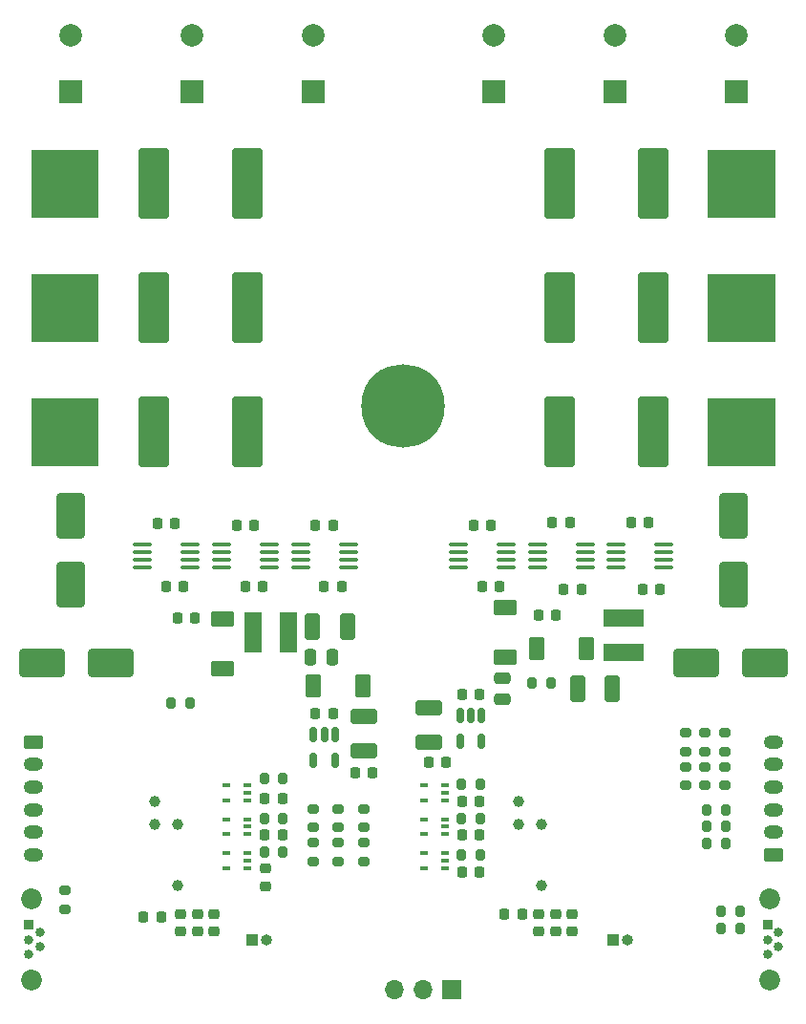
<source format=gbr>
%TF.GenerationSoftware,KiCad,Pcbnew,8.0.1*%
%TF.CreationDate,2024-06-01T22:58:48+02:00*%
%TF.ProjectId,vesc6,76657363-362e-46b6-9963-61645f706362,rev?*%
%TF.SameCoordinates,Original*%
%TF.FileFunction,Soldermask,Bot*%
%TF.FilePolarity,Negative*%
%FSLAX46Y46*%
G04 Gerber Fmt 4.6, Leading zero omitted, Abs format (unit mm)*
G04 Created by KiCad (PCBNEW 8.0.1) date 2024-06-01 22:58:48*
%MOMM*%
%LPD*%
G01*
G04 APERTURE LIST*
G04 Aperture macros list*
%AMRoundRect*
0 Rectangle with rounded corners*
0 $1 Rounding radius*
0 $2 $3 $4 $5 $6 $7 $8 $9 X,Y pos of 4 corners*
0 Add a 4 corners polygon primitive as box body*
4,1,4,$2,$3,$4,$5,$6,$7,$8,$9,$2,$3,0*
0 Add four circle primitives for the rounded corners*
1,1,$1+$1,$2,$3*
1,1,$1+$1,$4,$5*
1,1,$1+$1,$6,$7*
1,1,$1+$1,$8,$9*
0 Add four rect primitives between the rounded corners*
20,1,$1+$1,$2,$3,$4,$5,0*
20,1,$1+$1,$4,$5,$6,$7,0*
20,1,$1+$1,$6,$7,$8,$9,0*
20,1,$1+$1,$8,$9,$2,$3,0*%
G04 Aperture macros list end*
%ADD10C,0.800000*%
%ADD11C,7.400000*%
%ADD12R,1.000000X1.000000*%
%ADD13O,1.000000X1.000000*%
%ADD14RoundRect,0.150000X-0.150000X0.512500X-0.150000X-0.512500X0.150000X-0.512500X0.150000X0.512500X0*%
%ADD15RoundRect,0.100000X0.712500X0.100000X-0.712500X0.100000X-0.712500X-0.100000X0.712500X-0.100000X0*%
%ADD16RoundRect,0.225000X0.225000X0.250000X-0.225000X0.250000X-0.225000X-0.250000X0.225000X-0.250000X0*%
%ADD17RoundRect,0.250000X-0.800000X0.450000X-0.800000X-0.450000X0.800000X-0.450000X0.800000X0.450000X0*%
%ADD18R,2.000000X2.000000*%
%ADD19C,2.000000*%
%ADD20RoundRect,0.200000X0.200000X0.275000X-0.200000X0.275000X-0.200000X-0.275000X0.200000X-0.275000X0*%
%ADD21RoundRect,0.250000X0.450000X0.800000X-0.450000X0.800000X-0.450000X-0.800000X0.450000X-0.800000X0*%
%ADD22C,1.000000*%
%ADD23RoundRect,0.225000X0.250000X-0.225000X0.250000X0.225000X-0.250000X0.225000X-0.250000X-0.225000X0*%
%ADD24RoundRect,0.100000X0.225000X0.100000X-0.225000X0.100000X-0.225000X-0.100000X0.225000X-0.100000X0*%
%ADD25RoundRect,0.225000X-0.225000X-0.250000X0.225000X-0.250000X0.225000X0.250000X-0.225000X0.250000X0*%
%ADD26RoundRect,0.200000X-0.275000X0.200000X-0.275000X-0.200000X0.275000X-0.200000X0.275000X0.200000X0*%
%ADD27RoundRect,0.250000X-1.000000X1.750000X-1.000000X-1.750000X1.000000X-1.750000X1.000000X1.750000X0*%
%ADD28RoundRect,0.200000X0.275000X-0.200000X0.275000X0.200000X-0.275000X0.200000X-0.275000X-0.200000X0*%
%ADD29RoundRect,0.200000X-0.200000X-0.275000X0.200000X-0.275000X0.200000X0.275000X-0.200000X0.275000X0*%
%ADD30R,1.700000X1.700000*%
%ADD31O,1.700000X1.700000*%
%ADD32RoundRect,0.135000X1.215000X2.965000X-1.215000X2.965000X-1.215000X-2.965000X1.215000X-2.965000X0*%
%ADD33RoundRect,0.250000X-0.250000X-0.475000X0.250000X-0.475000X0.250000X0.475000X-0.250000X0.475000X0*%
%ADD34RoundRect,0.250000X1.750000X1.000000X-1.750000X1.000000X-1.750000X-1.000000X1.750000X-1.000000X0*%
%ADD35RoundRect,0.250000X0.925000X-0.412500X0.925000X0.412500X-0.925000X0.412500X-0.925000X-0.412500X0*%
%ADD36RoundRect,0.135000X-1.215000X-2.965000X1.215000X-2.965000X1.215000X2.965000X-1.215000X2.965000X0*%
%ADD37RoundRect,0.250000X-0.625000X0.350000X-0.625000X-0.350000X0.625000X-0.350000X0.625000X0.350000X0*%
%ADD38O,1.750000X1.200000*%
%ADD39RoundRect,0.250000X-1.750000X-1.000000X1.750000X-1.000000X1.750000X1.000000X-1.750000X1.000000X0*%
%ADD40R,0.840000X0.840000*%
%ADD41C,0.840000*%
%ADD42C,1.850000*%
%ADD43RoundRect,0.250000X0.412500X0.925000X-0.412500X0.925000X-0.412500X-0.925000X0.412500X-0.925000X0*%
%ADD44RoundRect,0.250000X0.625000X-0.350000X0.625000X0.350000X-0.625000X0.350000X-0.625000X-0.350000X0*%
%ADD45R,3.600000X1.500000*%
%ADD46R,1.500000X3.600000*%
%ADD47RoundRect,0.250000X-0.412500X-0.925000X0.412500X-0.925000X0.412500X0.925000X-0.412500X0.925000X0*%
%ADD48RoundRect,0.250000X-0.475000X0.250000X-0.475000X-0.250000X0.475000X-0.250000X0.475000X0.250000X0*%
G04 APERTURE END LIST*
D10*
%TO.C,H1*%
X132225000Y-65750000D03*
X133037779Y-63787779D03*
X133037779Y-67712221D03*
X135000000Y-62975000D03*
D11*
X135000000Y-65750000D03*
D10*
X135000000Y-68525000D03*
X136962221Y-63787779D03*
X136962221Y-67712221D03*
X137775000Y-65750000D03*
%TD*%
D12*
%TO.C,TH2*%
X121600000Y-113000000D03*
D13*
X122870000Y-113000000D03*
%TD*%
D12*
%TO.C,TH1*%
X153600000Y-113000000D03*
D13*
X154870000Y-113000000D03*
%TD*%
D14*
%TO.C,U6*%
X140050000Y-93112500D03*
X141000000Y-93112500D03*
X141950000Y-93112500D03*
X141950000Y-95387500D03*
X140050000Y-95387500D03*
%TD*%
D15*
%TO.C,U10*%
X151112500Y-78025000D03*
X151112500Y-78675000D03*
X151112500Y-79325000D03*
X151112500Y-79975000D03*
X146887500Y-79975000D03*
X146887500Y-79325000D03*
X146887500Y-78675000D03*
X146887500Y-78025000D03*
%TD*%
D16*
%TO.C,C38*%
X143525000Y-81750000D03*
X141975000Y-81750000D03*
%TD*%
%TO.C,C69*%
X122525000Y-81750000D03*
X120975000Y-81750000D03*
%TD*%
D17*
%TO.C,D9*%
X144000000Y-83550000D03*
X144000000Y-87950000D03*
%TD*%
D16*
%TO.C,C59*%
X129525000Y-81750000D03*
X127975000Y-81750000D03*
%TD*%
D18*
%TO.C,C72*%
X127000000Y-37867677D03*
D19*
X127000000Y-32867677D03*
%TD*%
D20*
%TO.C,R67*%
X116075000Y-92000000D03*
X114425000Y-92000000D03*
%TD*%
%TO.C,R13*%
X164825000Y-110500000D03*
X163175000Y-110500000D03*
%TD*%
D21*
%TO.C,D8*%
X151200000Y-87250000D03*
X146800000Y-87250000D03*
%TD*%
D16*
%TO.C,C71*%
X124275000Y-103750000D03*
X122725000Y-103750000D03*
%TD*%
D22*
%TO.C,TP1*%
X145250000Y-102750000D03*
%TD*%
%TO.C,TP3*%
X147250000Y-108250000D03*
%TD*%
D23*
%TO.C,C48*%
X148500000Y-112275000D03*
X148500000Y-110725000D03*
%TD*%
D16*
%TO.C,C27*%
X148525000Y-84250000D03*
X146975000Y-84250000D03*
%TD*%
D24*
%TO.C,U8*%
X138700000Y-99350000D03*
X138700000Y-100000000D03*
X138700000Y-100650000D03*
X136800000Y-100650000D03*
X136800000Y-99350000D03*
%TD*%
D25*
%TO.C,C114*%
X127225000Y-93000000D03*
X128775000Y-93000000D03*
%TD*%
D24*
%TO.C,U11*%
X138700000Y-105350000D03*
X138700000Y-106000000D03*
X138700000Y-106650000D03*
X136800000Y-106650000D03*
X136800000Y-105350000D03*
%TD*%
D15*
%TO.C,U12*%
X158112500Y-78025000D03*
X158112500Y-78675000D03*
X158112500Y-79325000D03*
X158112500Y-79975000D03*
X153887500Y-79975000D03*
X153887500Y-79325000D03*
X153887500Y-78675000D03*
X153887500Y-78025000D03*
%TD*%
D26*
%TO.C,R70*%
X131500000Y-101425000D03*
X131500000Y-103075000D03*
%TD*%
D27*
%TO.C,C115*%
X105500000Y-75450000D03*
X105500000Y-81550000D03*
%TD*%
D16*
%TO.C,C60*%
X124275000Y-100500000D03*
X122725000Y-100500000D03*
%TD*%
D23*
%TO.C,C73*%
X116750000Y-112275000D03*
X116750000Y-110725000D03*
%TD*%
D16*
%TO.C,C76*%
X114775000Y-76150000D03*
X113225000Y-76150000D03*
%TD*%
%TO.C,C77*%
X115525000Y-81750000D03*
X113975000Y-81750000D03*
%TD*%
%TO.C,C12*%
X145525000Y-110750000D03*
X143975000Y-110750000D03*
%TD*%
D28*
%TO.C,R65*%
X127000000Y-106075000D03*
X127000000Y-104425000D03*
%TD*%
D16*
%TO.C,C68*%
X121775000Y-76250000D03*
X120225000Y-76250000D03*
%TD*%
D29*
%TO.C,R8*%
X161925000Y-101500000D03*
X163575000Y-101500000D03*
%TD*%
D30*
%TO.C,J1*%
X139275000Y-117475000D03*
D31*
X136735000Y-117475000D03*
X134195000Y-117475000D03*
%TD*%
D32*
%TO.C,R53*%
X121150000Y-57000000D03*
X112850000Y-57000000D03*
%TD*%
D20*
%TO.C,R12*%
X164825000Y-112000000D03*
X163175000Y-112000000D03*
%TD*%
D29*
%TO.C,R7*%
X161925000Y-103000000D03*
X163575000Y-103000000D03*
%TD*%
D24*
%TO.C,U9*%
X138700000Y-102350000D03*
X138700000Y-103000000D03*
X138700000Y-103650000D03*
X136800000Y-103650000D03*
X136800000Y-102350000D03*
%TD*%
D33*
%TO.C,C111*%
X126800000Y-88000000D03*
X128700000Y-88000000D03*
%TD*%
D16*
%TO.C,C62*%
X149775000Y-76000000D03*
X148225000Y-76000000D03*
%TD*%
D34*
%TO.C,C58*%
X167050000Y-88500000D03*
X160950000Y-88500000D03*
%TD*%
D23*
%TO.C,C79*%
X118250000Y-112275000D03*
X118250000Y-110725000D03*
%TD*%
D28*
%TO.C,R71*%
X131500000Y-106075000D03*
X131500000Y-104425000D03*
%TD*%
%TO.C,R27*%
X163500000Y-99325000D03*
X163500000Y-97675000D03*
%TD*%
D16*
%TO.C,C63*%
X156775000Y-76000000D03*
X155225000Y-76000000D03*
%TD*%
D29*
%TO.C,R58*%
X122675000Y-105250000D03*
X124325000Y-105250000D03*
%TD*%
D35*
%TO.C,C37*%
X137250000Y-95537500D03*
X137250000Y-92462500D03*
%TD*%
%TO.C,C117*%
X131500000Y-96287500D03*
X131500000Y-93212500D03*
%TD*%
D29*
%TO.C,R6*%
X161925000Y-104500000D03*
X163575000Y-104500000D03*
%TD*%
D18*
%TO.C,C45*%
X153750000Y-37867677D03*
D19*
X153750000Y-32867677D03*
%TD*%
D25*
%TO.C,C116*%
X130725000Y-98250000D03*
X132275000Y-98250000D03*
%TD*%
D26*
%TO.C,R64*%
X127000000Y-101425000D03*
X127000000Y-103075000D03*
%TD*%
D15*
%TO.C,U19*%
X116112500Y-78025000D03*
X116112500Y-78675000D03*
X116112500Y-79325000D03*
X116112500Y-79975000D03*
X111887500Y-79975000D03*
X111887500Y-79325000D03*
X111887500Y-78675000D03*
X111887500Y-78025000D03*
%TD*%
D36*
%TO.C,R2*%
X148850000Y-57000000D03*
X157150000Y-57000000D03*
%TD*%
D26*
%TO.C,R20*%
X160000000Y-94675000D03*
X160000000Y-96325000D03*
%TD*%
D16*
%TO.C,C44*%
X157775000Y-82000000D03*
X156225000Y-82000000D03*
%TD*%
D22*
%TO.C,TP7*%
X115000000Y-108250000D03*
%TD*%
D26*
%TO.C,R68*%
X129250000Y-101425000D03*
X129250000Y-103075000D03*
%TD*%
D32*
%TO.C,R49*%
X121150000Y-68000000D03*
X112850000Y-68000000D03*
%TD*%
D22*
%TO.C,TP5*%
X113000000Y-102750000D03*
%TD*%
%TO.C,TP8*%
X115000000Y-102750000D03*
%TD*%
D21*
%TO.C,D10*%
X131450000Y-90500000D03*
X127050000Y-90500000D03*
%TD*%
D29*
%TO.C,R56*%
X122675000Y-102250000D03*
X124325000Y-102250000D03*
%TD*%
D37*
%TO.C,J3*%
X102200000Y-95500000D03*
D38*
X102200000Y-97500000D03*
X102200000Y-99500000D03*
X102200000Y-101500000D03*
X102200000Y-103500000D03*
X102200000Y-105500000D03*
%TD*%
D32*
%TO.C,R57*%
X121150000Y-46000000D03*
X112850000Y-46000000D03*
%TD*%
D17*
%TO.C,D4*%
X119000000Y-84550000D03*
X119000000Y-88950000D03*
%TD*%
D28*
%TO.C,R25*%
X161750000Y-99325000D03*
X161750000Y-97675000D03*
%TD*%
D22*
%TO.C,TP2*%
X145250000Y-100750000D03*
%TD*%
D14*
%TO.C,U25*%
X127050000Y-94862500D03*
X128000000Y-94862500D03*
X128950000Y-94862500D03*
X128950000Y-97137500D03*
X127050000Y-97137500D03*
%TD*%
D15*
%TO.C,U7*%
X144112500Y-78025000D03*
X144112500Y-78675000D03*
X144112500Y-79325000D03*
X144112500Y-79975000D03*
X139887500Y-79975000D03*
X139887500Y-79325000D03*
X139887500Y-78675000D03*
X139887500Y-78025000D03*
%TD*%
D39*
%TO.C,C112*%
X102950000Y-88500000D03*
X109050000Y-88500000D03*
%TD*%
D36*
%TO.C,R3*%
X148850000Y-68000000D03*
X157150000Y-68000000D03*
%TD*%
D16*
%TO.C,C52*%
X141775000Y-107000000D03*
X140225000Y-107000000D03*
%TD*%
%TO.C,C102*%
X116525000Y-84500000D03*
X114975000Y-84500000D03*
%TD*%
D36*
%TO.C,R1*%
X148850000Y-46000000D03*
X157150000Y-46000000D03*
%TD*%
D40*
%TO.C,J4*%
X101780000Y-111700000D03*
D41*
X102780000Y-112350000D03*
X101780000Y-113000000D03*
X102780000Y-113650000D03*
X101780000Y-114300000D03*
D42*
X102000000Y-109425000D03*
X102000000Y-116575000D03*
%TD*%
D24*
%TO.C,U16*%
X121200000Y-102350000D03*
X121200000Y-103000000D03*
X121200000Y-103650000D03*
X119300000Y-103650000D03*
X119300000Y-102350000D03*
%TD*%
D20*
%TO.C,R23*%
X148075000Y-90250000D03*
X146425000Y-90250000D03*
%TD*%
D18*
%TO.C,C43*%
X143000000Y-37867677D03*
D19*
X143000000Y-32867677D03*
%TD*%
D24*
%TO.C,U15*%
X121200000Y-99350000D03*
X121200000Y-100000000D03*
X121200000Y-100650000D03*
X119300000Y-100650000D03*
X119300000Y-99350000D03*
%TD*%
D16*
%TO.C,C89*%
X113525000Y-111000000D03*
X111975000Y-111000000D03*
%TD*%
D29*
%TO.C,R40*%
X140175000Y-105500000D03*
X141825000Y-105500000D03*
%TD*%
D26*
%TO.C,R24*%
X161750000Y-94675000D03*
X161750000Y-96325000D03*
%TD*%
D22*
%TO.C,TP4*%
X147250000Y-102750000D03*
%TD*%
D27*
%TO.C,C56*%
X164250000Y-75450000D03*
X164250000Y-81550000D03*
%TD*%
D15*
%TO.C,U13*%
X130112500Y-78025000D03*
X130112500Y-78675000D03*
X130112500Y-79325000D03*
X130112500Y-79975000D03*
X125887500Y-79975000D03*
X125887500Y-79325000D03*
X125887500Y-78675000D03*
X125887500Y-78025000D03*
%TD*%
D23*
%TO.C,C40*%
X147000000Y-112275000D03*
X147000000Y-110725000D03*
%TD*%
%TO.C,C53*%
X150000000Y-112275000D03*
X150000000Y-110725000D03*
%TD*%
D18*
%TO.C,C67*%
X105500000Y-37867677D03*
D19*
X105500000Y-32867677D03*
%TD*%
D29*
%TO.C,R38*%
X140175000Y-102250000D03*
X141825000Y-102250000D03*
%TD*%
D43*
%TO.C,C34*%
X153537500Y-90750000D03*
X150462500Y-90750000D03*
%TD*%
D23*
%TO.C,C78*%
X122750000Y-108275000D03*
X122750000Y-106725000D03*
%TD*%
D16*
%TO.C,C61*%
X142775000Y-76250000D03*
X141225000Y-76250000D03*
%TD*%
D15*
%TO.C,U17*%
X123112500Y-78025000D03*
X123112500Y-78675000D03*
X123112500Y-79325000D03*
X123112500Y-79975000D03*
X118887500Y-79975000D03*
X118887500Y-79325000D03*
X118887500Y-78675000D03*
X118887500Y-78025000D03*
%TD*%
D40*
%TO.C,J6*%
X167280000Y-111700000D03*
D41*
X168280000Y-112350000D03*
X167280000Y-113000000D03*
X168280000Y-113650000D03*
X167280000Y-114300000D03*
D42*
X167500000Y-109425000D03*
X167500000Y-116575000D03*
%TD*%
D28*
%TO.C,R31*%
X105000000Y-110325000D03*
X105000000Y-108675000D03*
%TD*%
D16*
%TO.C,C46*%
X141775000Y-103750000D03*
X140225000Y-103750000D03*
%TD*%
D24*
%TO.C,U18*%
X121200000Y-105350000D03*
X121200000Y-106000000D03*
X121200000Y-106650000D03*
X119300000Y-106650000D03*
X119300000Y-105350000D03*
%TD*%
D44*
%TO.C,J2*%
X167800000Y-105500000D03*
D38*
X167800000Y-103500000D03*
X167800000Y-101500000D03*
X167800000Y-99500000D03*
X167800000Y-97500000D03*
X167800000Y-95500000D03*
%TD*%
D29*
%TO.C,R34*%
X140175000Y-99250000D03*
X141825000Y-99250000D03*
%TD*%
D45*
%TO.C,L1*%
X154500000Y-84475000D03*
X154500000Y-87525000D03*
%TD*%
D46*
%TO.C,L2*%
X121725000Y-85750000D03*
X124775000Y-85750000D03*
%TD*%
D22*
%TO.C,TP6*%
X113000000Y-100750000D03*
%TD*%
D18*
%TO.C,C70*%
X116250000Y-37867677D03*
D19*
X116250000Y-32867677D03*
%TD*%
D25*
%TO.C,C35*%
X140225000Y-91250000D03*
X141775000Y-91250000D03*
%TD*%
D28*
%TO.C,R21*%
X160000000Y-99325000D03*
X160000000Y-97675000D03*
%TD*%
D16*
%TO.C,C39*%
X141775000Y-100750000D03*
X140225000Y-100750000D03*
%TD*%
D23*
%TO.C,C64*%
X115250000Y-112275000D03*
X115250000Y-110725000D03*
%TD*%
D16*
%TO.C,C51*%
X150775000Y-82000000D03*
X149225000Y-82000000D03*
%TD*%
D25*
%TO.C,C36*%
X137225000Y-97250000D03*
X138775000Y-97250000D03*
%TD*%
D18*
%TO.C,C47*%
X164500000Y-37867677D03*
D19*
X164500000Y-32867677D03*
%TD*%
D26*
%TO.C,R26*%
X163500000Y-94675000D03*
X163500000Y-96325000D03*
%TD*%
D29*
%TO.C,R52*%
X122675000Y-98750000D03*
X124325000Y-98750000D03*
%TD*%
D47*
%TO.C,C113*%
X126962500Y-85250000D03*
X130037500Y-85250000D03*
%TD*%
D16*
%TO.C,C16*%
X128775000Y-76250000D03*
X127225000Y-76250000D03*
%TD*%
D28*
%TO.C,R69*%
X129250000Y-106075000D03*
X129250000Y-104425000D03*
%TD*%
D48*
%TO.C,C33*%
X143750000Y-89800000D03*
X143750000Y-91700000D03*
%TD*%
G36*
X107978326Y-65021674D02*
G01*
X108000000Y-65074000D01*
X108000000Y-70926000D01*
X107978326Y-70978326D01*
X107926000Y-71000000D01*
X102074000Y-71000000D01*
X102021674Y-70978326D01*
X102000000Y-70926000D01*
X102000000Y-65074000D01*
X102021674Y-65021674D01*
X102074000Y-65000000D01*
X107926000Y-65000000D01*
X107978326Y-65021674D01*
G37*
G36*
X167978326Y-43021674D02*
G01*
X168000000Y-43074000D01*
X168000000Y-48926000D01*
X167978326Y-48978326D01*
X167926000Y-49000000D01*
X162074000Y-49000000D01*
X162021674Y-48978326D01*
X162000000Y-48926000D01*
X162000000Y-43074000D01*
X162021674Y-43021674D01*
X162074000Y-43000000D01*
X167926000Y-43000000D01*
X167978326Y-43021674D01*
G37*
G36*
X107978326Y-43021674D02*
G01*
X108000000Y-43074000D01*
X108000000Y-48926000D01*
X107978326Y-48978326D01*
X107926000Y-49000000D01*
X102074000Y-49000000D01*
X102021674Y-48978326D01*
X102000000Y-48926000D01*
X102000000Y-43074000D01*
X102021674Y-43021674D01*
X102074000Y-43000000D01*
X107926000Y-43000000D01*
X107978326Y-43021674D01*
G37*
G36*
X107978326Y-54021674D02*
G01*
X108000000Y-54074000D01*
X108000000Y-59926000D01*
X107978326Y-59978326D01*
X107926000Y-60000000D01*
X102074000Y-60000000D01*
X102021674Y-59978326D01*
X102000000Y-59926000D01*
X102000000Y-54074000D01*
X102021674Y-54021674D01*
X102074000Y-54000000D01*
X107926000Y-54000000D01*
X107978326Y-54021674D01*
G37*
G36*
X167978326Y-54021674D02*
G01*
X168000000Y-54074000D01*
X168000000Y-59926000D01*
X167978326Y-59978326D01*
X167926000Y-60000000D01*
X162074000Y-60000000D01*
X162021674Y-59978326D01*
X162000000Y-59926000D01*
X162000000Y-54074000D01*
X162021674Y-54021674D01*
X162074000Y-54000000D01*
X167926000Y-54000000D01*
X167978326Y-54021674D01*
G37*
G36*
X167978326Y-65021674D02*
G01*
X168000000Y-65074000D01*
X168000000Y-70926000D01*
X167978326Y-70978326D01*
X167926000Y-71000000D01*
X162074000Y-71000000D01*
X162021674Y-70978326D01*
X162000000Y-70926000D01*
X162000000Y-65074000D01*
X162021674Y-65021674D01*
X162074000Y-65000000D01*
X167926000Y-65000000D01*
X167978326Y-65021674D01*
G37*
M02*

</source>
